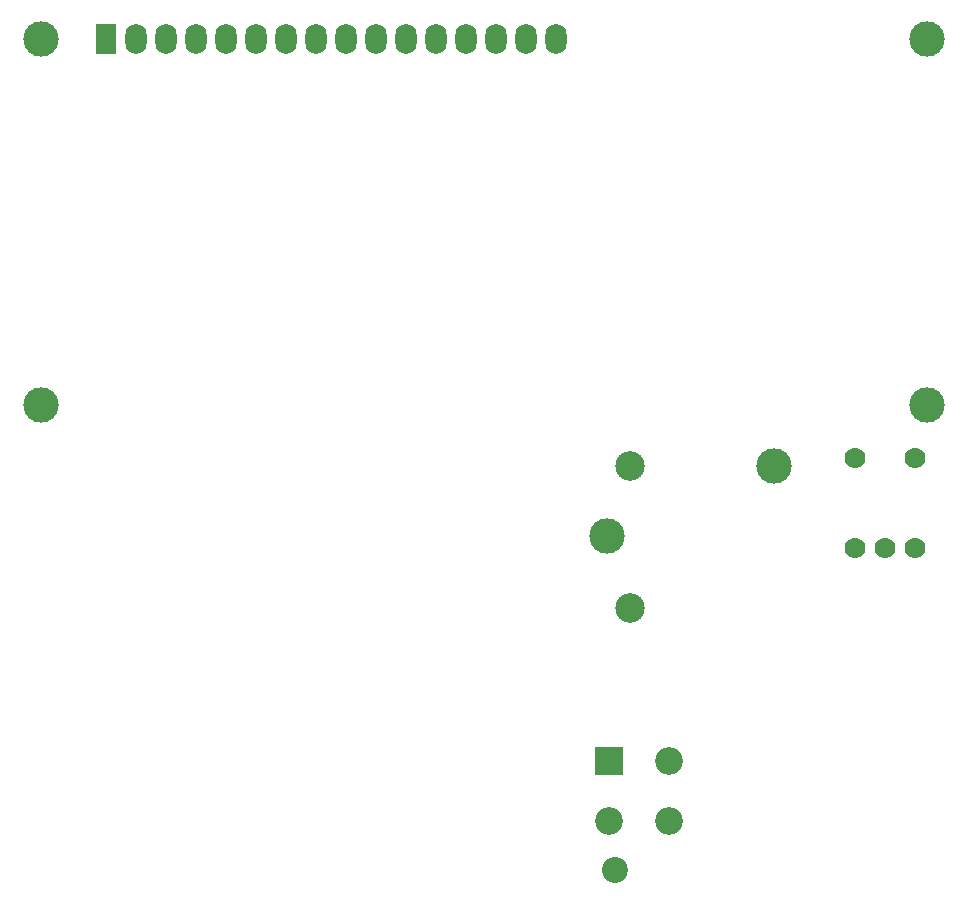
<source format=gbr>
%TF.GenerationSoftware,KiCad,Pcbnew,9.0.0*%
%TF.CreationDate,2025-03-30T19:25:57+05:30*%
%TF.ProjectId,Water_level_controller,57617465-725f-46c6-9576-656c5f636f6e,rev?*%
%TF.SameCoordinates,Original*%
%TF.FileFunction,Soldermask,Bot*%
%TF.FilePolarity,Negative*%
%FSLAX46Y46*%
G04 Gerber Fmt 4.6, Leading zero omitted, Abs format (unit mm)*
G04 Created by KiCad (PCBNEW 9.0.0) date 2025-03-30 19:25:57*
%MOMM*%
%LPD*%
G01*
G04 APERTURE LIST*
%ADD10C,2.200000*%
%ADD11R,2.350000X2.350000*%
%ADD12C,2.350000*%
%ADD13C,3.000000*%
%ADD14R,1.800000X2.600000*%
%ADD15O,1.800000X2.600000*%
%ADD16C,1.778000*%
%ADD17C,2.500000*%
G04 APERTURE END LIST*
D10*
%TO.C,U3*%
X142860000Y-124055000D03*
%TD*%
D11*
%TO.C,D1*%
X142320000Y-114805000D03*
D12*
X142320000Y-119885000D03*
X147400000Y-119885000D03*
X147400000Y-114805000D03*
%TD*%
D13*
%TO.C,DS1*%
X94250900Y-53642500D03*
X94250900Y-84643200D03*
X169249480Y-84643200D03*
X169250000Y-53642500D03*
D14*
X99750000Y-53642500D03*
D15*
X102290000Y-53642500D03*
X104830000Y-53642500D03*
X107370000Y-53642500D03*
X109910000Y-53642500D03*
X112450000Y-53642500D03*
X114990000Y-53642500D03*
X117530000Y-53642500D03*
X120070000Y-53642500D03*
X122610000Y-53642500D03*
X125150000Y-53642500D03*
X127690000Y-53642500D03*
X130230000Y-53642500D03*
X132770000Y-53642500D03*
X135310000Y-53642500D03*
X137850000Y-53642500D03*
%TD*%
D16*
%TO.C,SW1*%
X163170000Y-89130000D03*
X168250000Y-89130000D03*
X168250000Y-96750000D03*
X165710000Y-96750000D03*
X163170000Y-96750000D03*
%TD*%
D13*
%TO.C,K1*%
X142160000Y-95775000D03*
D17*
X144110000Y-101825000D03*
D13*
X156360000Y-89775000D03*
D17*
X144110000Y-89825000D03*
%TD*%
M02*

</source>
